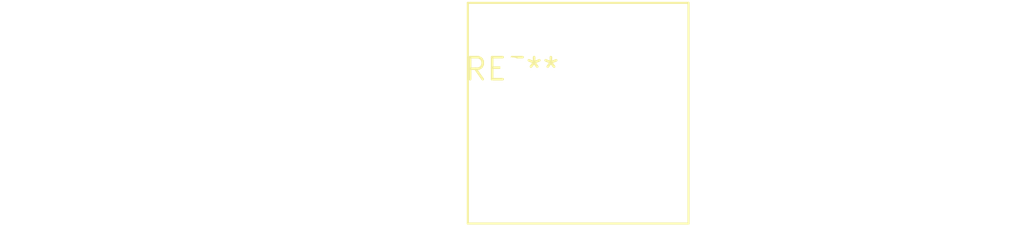
<source format=kicad_pcb>
(kicad_pcb (version 20240108) (generator pcbnew)
  (layers (0 "F.Cu" signal) (31 "B.Cu" signal) (34 "B.Paste" user) (35 "F.Paste" user) (36 "B.SilkS" user "B.Silkscreen") (37 "F.SilkS" user "F.Silkscreen") (38 "B.Mask" user) (39 "F.Mask" user) (44 "Edge.Cuts" user))
  (net 0 "")
  (footprint "Fuseholder_Cylinder-5x20mm_Schurter_FPG4_Vertical_Closed" (layer "F.Cu") (at 0 0)
    (property "Reference" "REF**")
    (property "Value" "Fuseholder_Cylinder-5x20mm_Schurter_FPG4_Vertical_Closed")
    (fp_line (start -2.55 -3.82) (end 10.17 -3.82) (layer "F.SilkS") (stroke (width 0.12)))
    (fp_line (start -2.55 8.9) (end -2.55 -3.82) (layer "F.SilkS") (stroke (width 0.12)))
    (fp_line (start 10.17 -3.82) (end 10.17 8.9) (layer "F.SilkS") (stroke (width 0.12)))
    (fp_line (start 10.17 8.9) (end -2.55 8.9) (layer "F.SilkS") (stroke (width 0.12)))
    (pad "1" thru_hole circle (at 0 0) (size 2.35 2.35) (drill 1.35) (layers *.Cu *.Mask) (remove_unused_layers))
    (pad "1" thru_hole circle (at 0 5.08) (size 2.35 2.35) (drill 1.35) (layers *.Cu *.Mask) (remove_unused_layers))
    (pad "2" thru_hole circle (at 7.62 0) (size 2.35 2.35) (drill 1.35) (layers *.Cu *.Mask) (remove_unused_layers))
    (pad "2" thru_hole circle (at 7.62 5.08) (size 2.35 2.35) (drill 1.35) (layers *.Cu *.Mask) (remove_unused_layers))
  )
)
</source>
